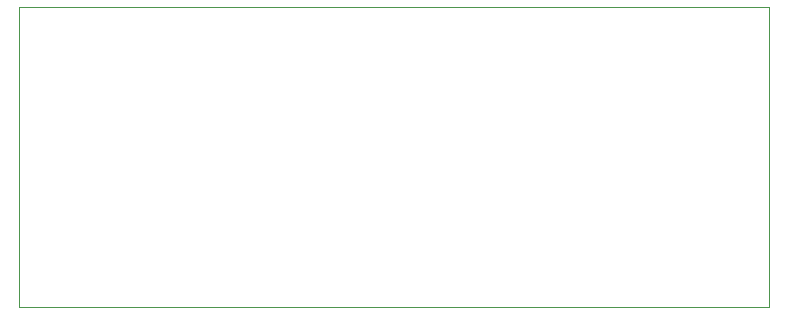
<source format=gbr>
G04 #@! TF.GenerationSoftware,KiCad,Pcbnew,(5.1.2)-2*
G04 #@! TF.CreationDate,2019-06-19T15:06:06-04:00*
G04 #@! TF.ProjectId,binary_counter,62696e61-7279-45f6-936f-756e7465722e,rev?*
G04 #@! TF.SameCoordinates,Original*
G04 #@! TF.FileFunction,Profile,NP*
%FSLAX46Y46*%
G04 Gerber Fmt 4.6, Leading zero omitted, Abs format (unit mm)*
G04 Created by KiCad (PCBNEW (5.1.2)-2) date 2019-06-19 15:06:06*
%MOMM*%
%LPD*%
G04 APERTURE LIST*
%ADD10C,0.050000*%
G04 APERTURE END LIST*
D10*
X100330000Y-127000000D02*
X100330000Y-101600000D01*
X163830000Y-127000000D02*
X100330000Y-127000000D01*
X163830000Y-101600000D02*
X163830000Y-127000000D01*
X100330000Y-101600000D02*
X163830000Y-101600000D01*
M02*

</source>
